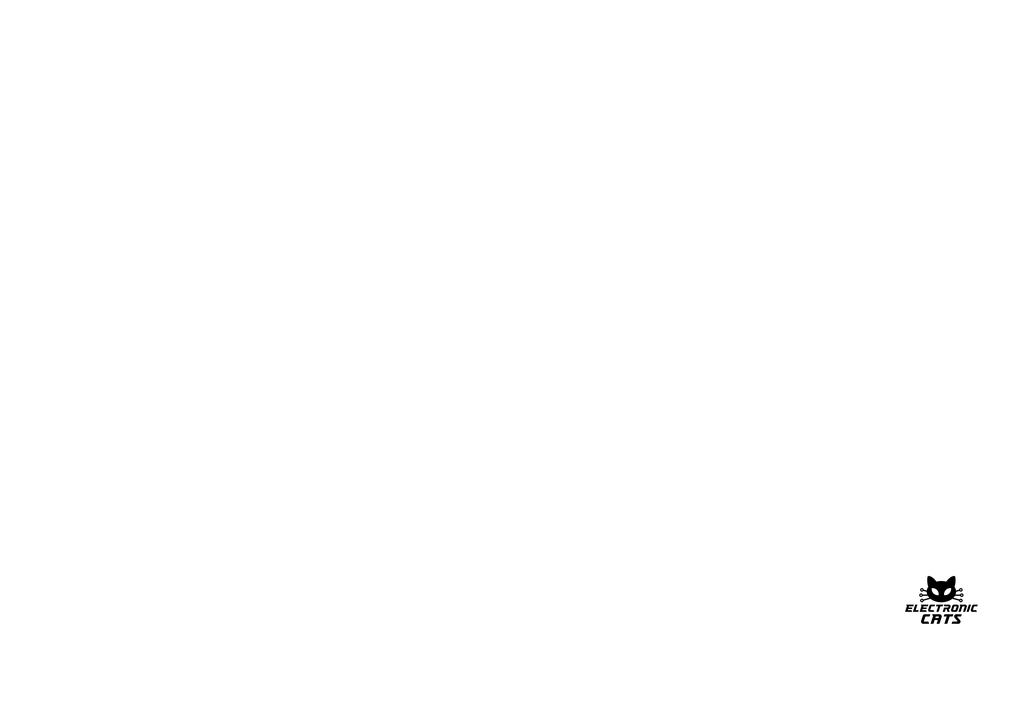
<source format=kicad_sch>
(kicad_sch (version 20230121) (generator eeschema)
  (paper "A4")
  (lib_symbols)
  (image (at 273.05 173.99) (scale 0.25))
)
</source>
